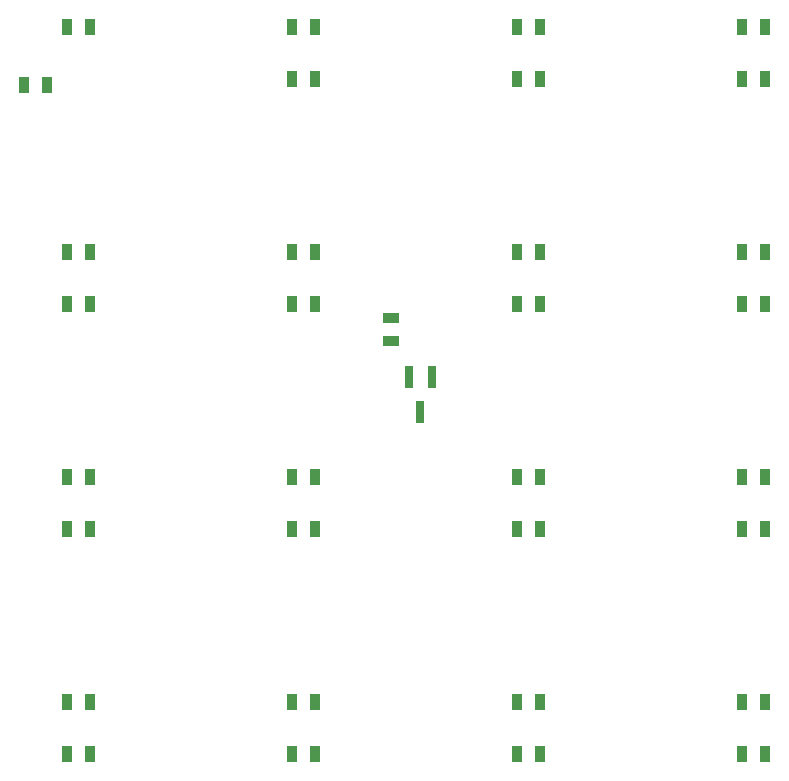
<source format=gbp>
G04 #@! TF.GenerationSoftware,KiCad,Pcbnew,(5.0.1)-3*
G04 #@! TF.CreationDate,2020-04-26T21:35:37+05:00*
G04 #@! TF.ProjectId,amoeba-4x4-keypad,616D6F6562612D3478342D6B65797061,rev?*
G04 #@! TF.SameCoordinates,Original*
G04 #@! TF.FileFunction,Paste,Bot*
G04 #@! TF.FilePolarity,Positive*
%FSLAX46Y46*%
G04 Gerber Fmt 4.6, Leading zero omitted, Abs format (unit mm)*
G04 Created by KiCad (PCBNEW (5.0.1)-3) date 26.04.2020 21:35:37*
%MOMM*%
%LPD*%
G01*
G04 APERTURE LIST*
%ADD10R,1.397000X0.889000*%
%ADD11R,0.889000X1.397000*%
%ADD12R,0.800000X1.900000*%
G04 APERTURE END LIST*
D10*
G04 #@! TO.C,R1*
X275353000Y-138207500D03*
X275353000Y-140112500D03*
G04 #@! TD*
D11*
G04 #@! TO.C,D1*
X267017500Y-175133000D03*
X268922500Y-175133000D03*
G04 #@! TD*
G04 #@! TO.C,R1*
X267017500Y-170688000D03*
X268922500Y-170688000D03*
G04 #@! TD*
G04 #@! TO.C,R1*
X286067500Y-170688000D03*
X287972500Y-170688000D03*
G04 #@! TD*
G04 #@! TO.C,D1*
X286067500Y-175133000D03*
X287972500Y-175133000D03*
G04 #@! TD*
G04 #@! TO.C,D1*
X305117500Y-175133000D03*
X307022500Y-175133000D03*
G04 #@! TD*
G04 #@! TO.C,R1*
X305117500Y-170688000D03*
X307022500Y-170688000D03*
G04 #@! TD*
G04 #@! TO.C,D1*
X249872500Y-175133000D03*
X247967500Y-175133000D03*
G04 #@! TD*
G04 #@! TO.C,R1*
X249872500Y-170688000D03*
X247967500Y-170688000D03*
G04 #@! TD*
G04 #@! TO.C,D1*
X267017500Y-156083000D03*
X268922500Y-156083000D03*
G04 #@! TD*
G04 #@! TO.C,R1*
X267017500Y-151638000D03*
X268922500Y-151638000D03*
G04 #@! TD*
G04 #@! TO.C,R1*
X286067500Y-151638000D03*
X287972500Y-151638000D03*
G04 #@! TD*
G04 #@! TO.C,D1*
X286067500Y-156083000D03*
X287972500Y-156083000D03*
G04 #@! TD*
G04 #@! TO.C,D1*
X305117500Y-156083000D03*
X307022500Y-156083000D03*
G04 #@! TD*
G04 #@! TO.C,R1*
X305117500Y-151638000D03*
X307022500Y-151638000D03*
G04 #@! TD*
G04 #@! TO.C,D1*
X249872500Y-156083000D03*
X247967500Y-156083000D03*
G04 #@! TD*
G04 #@! TO.C,R1*
X249872500Y-151638000D03*
X247967500Y-151638000D03*
G04 #@! TD*
G04 #@! TO.C,D1*
X267017500Y-137033000D03*
X268922500Y-137033000D03*
G04 #@! TD*
G04 #@! TO.C,R1*
X267017500Y-132588000D03*
X268922500Y-132588000D03*
G04 #@! TD*
G04 #@! TO.C,R1*
X286067500Y-132588000D03*
X287972500Y-132588000D03*
G04 #@! TD*
G04 #@! TO.C,D1*
X286067500Y-137033000D03*
X287972500Y-137033000D03*
G04 #@! TD*
G04 #@! TO.C,D1*
X305117500Y-137033000D03*
X307022500Y-137033000D03*
G04 #@! TD*
G04 #@! TO.C,R1*
X305117500Y-132588000D03*
X307022500Y-132588000D03*
G04 #@! TD*
G04 #@! TO.C,D1*
X249872500Y-137033000D03*
X247967500Y-137033000D03*
G04 #@! TD*
G04 #@! TO.C,R1*
X249872500Y-132588000D03*
X247967500Y-132588000D03*
G04 #@! TD*
G04 #@! TO.C,D1*
X307022500Y-117983000D03*
X305117500Y-117983000D03*
G04 #@! TD*
G04 #@! TO.C,R1*
X307022500Y-113538000D03*
X305117500Y-113538000D03*
G04 #@! TD*
G04 #@! TO.C,D1*
X287972500Y-117983000D03*
X286067500Y-117983000D03*
G04 #@! TD*
G04 #@! TO.C,R1*
X287972500Y-113538000D03*
X286067500Y-113538000D03*
G04 #@! TD*
G04 #@! TO.C,D1*
X268922500Y-117983000D03*
X267017500Y-117983000D03*
G04 #@! TD*
G04 #@! TO.C,R1*
X268922500Y-113538000D03*
X267017500Y-113538000D03*
G04 #@! TD*
G04 #@! TO.C,D1*
X244292500Y-118465000D03*
X246197500Y-118465000D03*
G04 #@! TD*
G04 #@! TO.C,R1*
X247967500Y-113538000D03*
X249872500Y-113538000D03*
G04 #@! TD*
D12*
G04 #@! TO.C,Q1*
X277853000Y-146160000D03*
X278803000Y-143160000D03*
X276903000Y-143160000D03*
G04 #@! TD*
M02*

</source>
